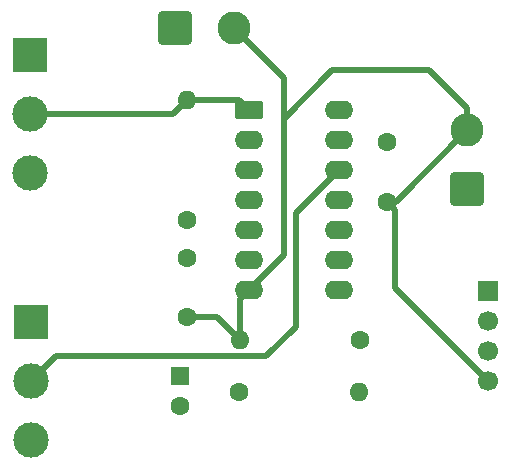
<source format=gbr>
%TF.GenerationSoftware,KiCad,Pcbnew,9.99.0-578-g4ef0d3554e*%
%TF.CreationDate,2025-04-09T17:12:27-04:00*%
%TF.ProjectId,APC,4150432e-6b69-4636-9164-5f7063625858,rev?*%
%TF.SameCoordinates,Original*%
%TF.FileFunction,Copper,L1,Top*%
%TF.FilePolarity,Positive*%
%FSLAX46Y46*%
G04 Gerber Fmt 4.6, Leading zero omitted, Abs format (unit mm)*
G04 Created by KiCad (PCBNEW 9.99.0-578-g4ef0d3554e) date 2025-04-09 17:12:27*
%MOMM*%
%LPD*%
G01*
G04 APERTURE LIST*
G04 Aperture macros list*
%AMRoundRect*
0 Rectangle with rounded corners*
0 $1 Rounding radius*
0 $2 $3 $4 $5 $6 $7 $8 $9 X,Y pos of 4 corners*
0 Add a 4 corners polygon primitive as box body*
4,1,4,$2,$3,$4,$5,$6,$7,$8,$9,$2,$3,0*
0 Add four circle primitives for the rounded corners*
1,1,$1+$1,$2,$3*
1,1,$1+$1,$4,$5*
1,1,$1+$1,$6,$7*
1,1,$1+$1,$8,$9*
0 Add four rect primitives between the rounded corners*
20,1,$1+$1,$2,$3,$4,$5,0*
20,1,$1+$1,$4,$5,$6,$7,0*
20,1,$1+$1,$6,$7,$8,$9,0*
20,1,$1+$1,$8,$9,$2,$3,0*%
G04 Aperture macros list end*
%TA.AperFunction,ComponentPad*%
%ADD10RoundRect,0.250001X-1.149999X-1.149999X1.149999X-1.149999X1.149999X1.149999X-1.149999X1.149999X0*%
%TD*%
%TA.AperFunction,ComponentPad*%
%ADD11C,2.800000*%
%TD*%
%TA.AperFunction,ComponentPad*%
%ADD12R,1.600000X1.600000*%
%TD*%
%TA.AperFunction,ComponentPad*%
%ADD13C,1.600000*%
%TD*%
%TA.AperFunction,ComponentPad*%
%ADD14RoundRect,0.250001X1.149999X-1.149999X1.149999X1.149999X-1.149999X1.149999X-1.149999X-1.149999X0*%
%TD*%
%TA.AperFunction,ComponentPad*%
%ADD15R,3.000000X3.000000*%
%TD*%
%TA.AperFunction,ComponentPad*%
%ADD16C,3.000000*%
%TD*%
%TA.AperFunction,ComponentPad*%
%ADD17RoundRect,0.250000X-0.950000X-0.550000X0.950000X-0.550000X0.950000X0.550000X-0.950000X0.550000X0*%
%TD*%
%TA.AperFunction,ComponentPad*%
%ADD18O,2.400000X1.600000*%
%TD*%
%TA.AperFunction,ComponentPad*%
%ADD19O,1.600000X1.600000*%
%TD*%
%TA.AperFunction,ComponentPad*%
%ADD20C,1.700000*%
%TD*%
%TA.AperFunction,ComponentPad*%
%ADD21R,1.700000X1.700000*%
%TD*%
%TA.AperFunction,Conductor*%
%ADD22C,0.500000*%
%TD*%
G04 APERTURE END LIST*
D10*
%TO.P,J3,1,Pin_1*%
%TO.N,+9V*%
X120750000Y-67667500D03*
D11*
%TO.P,J3,2,Pin_2*%
%TO.N,GND*%
X125750000Y-67667500D03*
%TD*%
D12*
%TO.P,C3,1*%
%TO.N,Net-(U1B-Q)*%
X121200000Y-97200000D03*
D13*
%TO.P,C3,2*%
%TO.N,Net-(C3-Pad2)*%
X121200000Y-99700000D03*
%TD*%
D14*
%TO.P,J1,1,Pin_1*%
%TO.N,Net-(J1-Pin_1)*%
X145500000Y-81350000D03*
D11*
%TO.P,J1,2,Pin_2*%
%TO.N,GND*%
X145500000Y-76350000D03*
%TD*%
D15*
%TO.P,RV2,1,1*%
%TO.N,+9V*%
X108600000Y-92600000D03*
D16*
%TO.P,RV2,2,2*%
%TO.N,Net-(U1B-DIS)*%
X108600000Y-97600000D03*
%TO.P,RV2,3,3*%
X108600000Y-102600000D03*
%TD*%
D15*
%TO.P,RV1,1,1*%
%TO.N,+9V*%
X108500000Y-70000000D03*
D16*
%TO.P,RV1,2,2*%
%TO.N,Net-(U1A-DIS)*%
X108500000Y-75000000D03*
%TO.P,RV1,3,3*%
X108500000Y-80000000D03*
%TD*%
D13*
%TO.P,C2,1*%
%TO.N,Net-(U1B-DIS)*%
X138700000Y-77400000D03*
%TO.P,C2,2*%
%TO.N,GND*%
X138700000Y-82400000D03*
%TD*%
%TO.P,C1,1*%
%TO.N,Net-(U1A-THR)*%
X121800000Y-87160000D03*
%TO.P,C1,2*%
%TO.N,GND*%
X121800000Y-92160000D03*
%TD*%
D17*
%TO.P,U1,1,DIS*%
%TO.N,Net-(U1A-DIS)*%
X127080000Y-74620000D03*
D18*
%TO.P,U1,2,THR*%
%TO.N,Net-(U1A-THR)*%
X127080000Y-77160000D03*
%TO.P,U1,3,CV*%
%TO.N,unconnected-(U1A-CV-Pad3)*%
X127080000Y-79700000D03*
%TO.P,U1,4,R*%
%TO.N,+9V*%
X127080000Y-82240000D03*
%TO.P,U1,5,Q*%
%TO.N,Net-(U1A-Q)*%
X127080000Y-84780000D03*
%TO.P,U1,6,TR*%
%TO.N,Net-(U1A-THR)*%
X127080000Y-87320000D03*
%TO.P,U1,7,GND*%
%TO.N,GND*%
X127080000Y-89860000D03*
%TO.P,U1,8,TR*%
%TO.N,Net-(U1A-Q)*%
X134700000Y-89860000D03*
%TO.P,U1,9,Q*%
%TO.N,Net-(U1B-Q)*%
X134700000Y-87320000D03*
%TO.P,U1,10,R*%
%TO.N,+9V*%
X134700000Y-84780000D03*
%TO.P,U1,11,CV*%
%TO.N,unconnected-(U1B-CV-Pad11)*%
X134700000Y-82240000D03*
%TO.P,U1,12,THR*%
%TO.N,Net-(U1B-DIS)*%
X134700000Y-79700000D03*
%TO.P,U1,13,DIS*%
X134700000Y-77160000D03*
%TO.P,U1,14,VCC*%
%TO.N,+9V*%
X134700000Y-74620000D03*
%TD*%
D13*
%TO.P,R3,1*%
%TO.N,Net-(U1A-THR)*%
X121800000Y-83940000D03*
D19*
%TO.P,R3,2*%
%TO.N,Net-(U1A-DIS)*%
X121800000Y-73780000D03*
%TD*%
D13*
%TO.P,R2,1*%
%TO.N,Net-(C3-Pad2)*%
X126240000Y-98560000D03*
D19*
%TO.P,R2,2*%
%TO.N,Net-(J1-Pin_1)*%
X136400000Y-98560000D03*
%TD*%
D13*
%TO.P,R1,1*%
%TO.N,Net-(J1-Pin_1)*%
X136480000Y-94160000D03*
D19*
%TO.P,R1,2*%
%TO.N,GND*%
X126320000Y-94160000D03*
%TD*%
D20*
%TO.P,J2,4,Pin_4*%
%TO.N,GND*%
X147300000Y-97600000D03*
%TO.P,J2,3,Pin_3*%
%TO.N,unconnected-(J2-Pin_3-Pad3)*%
X147300000Y-95060000D03*
%TO.P,J2,2,Pin_2*%
%TO.N,unconnected-(J2-Pin_2-Pad2)*%
X147300000Y-92520000D03*
D21*
%TO.P,J2,1,Pin_1*%
%TO.N,Net-(J1-Pin_1)*%
X147300000Y-89980000D03*
%TD*%
D22*
%TO.N,GND*%
X125750000Y-67667500D02*
X130000000Y-71917500D01*
X130000000Y-71917500D02*
X130000000Y-75400000D01*
X130000000Y-86940000D02*
X130000000Y-75400000D01*
X145500000Y-74482500D02*
X145500000Y-76350000D01*
X127080000Y-89860000D02*
X130000000Y-86940000D01*
X145500000Y-76350000D02*
X145500000Y-76360000D01*
X145500000Y-76360000D02*
X139460000Y-82400000D01*
X139460000Y-82400000D02*
X138700000Y-82400000D01*
X130000000Y-75400000D02*
X134100000Y-71300000D01*
X134100000Y-71300000D02*
X142317500Y-71300000D01*
X142317500Y-71300000D02*
X145500000Y-74482500D01*
X139400000Y-89700000D02*
X147300000Y-97600000D01*
X138700000Y-82400000D02*
X139400000Y-83100000D01*
X139400000Y-83100000D02*
X139400000Y-89700000D01*
%TO.N,Net-(U1B-DIS)*%
X134700000Y-79700000D02*
X131000000Y-83400000D01*
X131000000Y-83400000D02*
X131000000Y-93000000D01*
X131000000Y-93000000D02*
X128500000Y-95500000D01*
X128500000Y-95500000D02*
X110700000Y-95500000D01*
X110700000Y-95500000D02*
X108600000Y-97600000D01*
%TO.N,GND*%
X126320000Y-94160000D02*
X126320000Y-90620000D01*
X126320000Y-90620000D02*
X127080000Y-89860000D01*
X121800000Y-92160000D02*
X124320000Y-92160000D01*
X124320000Y-92160000D02*
X126320000Y-94160000D01*
%TO.N,Net-(U1A-DIS)*%
X121800000Y-73780000D02*
X126240000Y-73780000D01*
X126240000Y-73780000D02*
X127080000Y-74620000D01*
X108500000Y-75000000D02*
X120580000Y-75000000D01*
X120580000Y-75000000D02*
X121800000Y-73780000D01*
%TD*%
M02*

</source>
